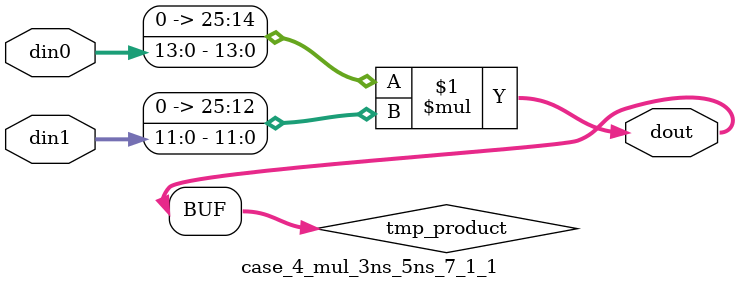
<source format=v>

`timescale 1 ns / 1 ps

 (* use_dsp = "no" *)  module case_4_mul_3ns_5ns_7_1_1(din0, din1, dout);
parameter ID = 1;
parameter NUM_STAGE = 0;
parameter din0_WIDTH = 14;
parameter din1_WIDTH = 12;
parameter dout_WIDTH = 26;

input [din0_WIDTH - 1 : 0] din0; 
input [din1_WIDTH - 1 : 0] din1; 
output [dout_WIDTH - 1 : 0] dout;

wire signed [dout_WIDTH - 1 : 0] tmp_product;
























assign tmp_product = $signed({1'b0, din0}) * $signed({1'b0, din1});











assign dout = tmp_product;





















endmodule

</source>
